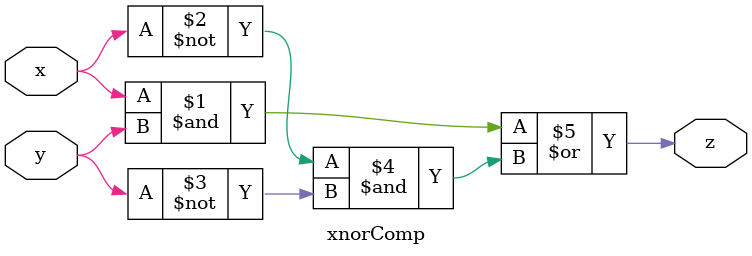
<source format=v>
module xnorGate; 
    	reg x; 	// Inputx
    	reg y;  // Inputy
    	wire z; // Outputz
    	xnorComp uut (
    		.x(x), 
    		.y(y), 
    		.z(z)
    	);
     	initial begin // Initialize Inputs
    	x = 0;
    	y = 0;
     	#20 y = 1;
        #20 y=0;
            x=1;
    	#20 x = 1;
            y=1;	
    	//#20 x = 1;	  
    	//#40;
        end  
            initial begin
		 $dumpfile("xorGate.vcd");
		 $dumpvars(0, xorGate);
		 $display("INPUT\tOUTPUT");
    		 $monitor("x=%d,y=%d,z=%d \n",x,y,z);
    		 end
     endmodule
         module xnorComp(
        input x,
        input y,
        output z
        );
    assign z = ((x&y)|(~x&~y));
    endmodule

</source>
